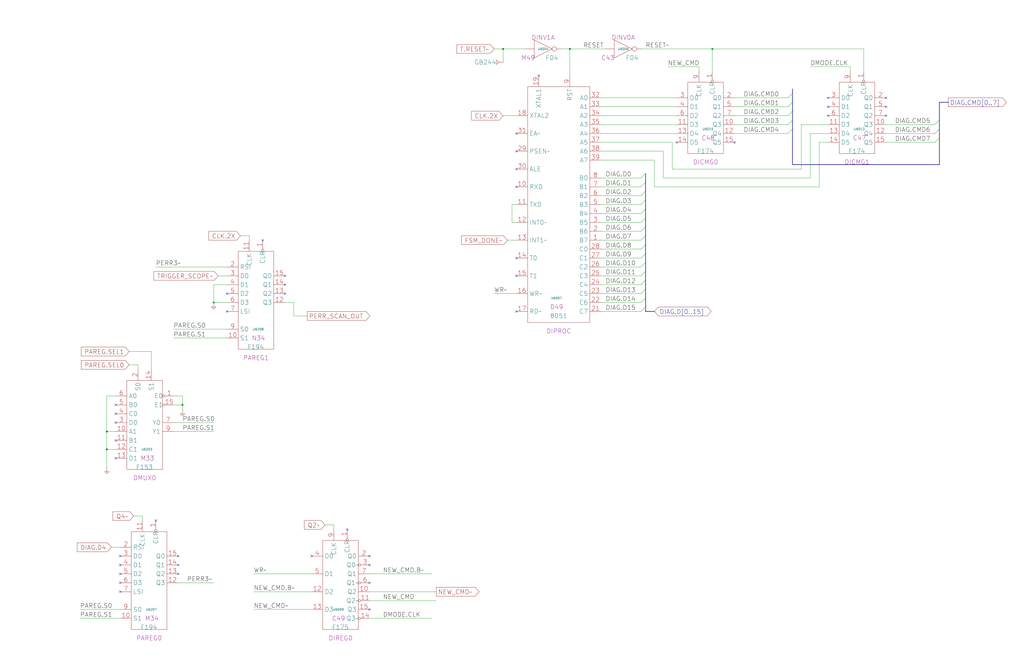
<source format=kicad_sch>
(kicad_sch (version 20230121) (generator eeschema)
  (paper "User" 584.2 378.46)
  (title_block (title "DIAGNOSTIC PROCESSOR\\n8051 AND NOVRAM") (date "15-MAR-90") (rev "1.0") (comment 1 "TYPE") (comment 2 "232-003062") (comment 3 "S400") (comment 4 "RELEASED"))
  (lib_symbols
    (symbol "r1000:8051" (pin_names (offset 1.016))
      (property "Reference" "U" (at 2.54 5.08 0))
      (property "Value" "8051" (at -1.27 -5.08 0))
      (property "Location" "___" (at -1.27 0 0))
      (property "Name" "______" (at 3.81 -15.24 0))
      (symbol "8051_1_1"
        (rectangle (start -13.97 125.73) (end 21.59 -8.89))
        (pin bidirectional line (at 27.94 38.1 180) (length 6.35) (name "B7") (number "1"))
        (pin input line (at -20.32 68.58 0) (length 6.35) (name "RXD") (number "10"))
        (pin output line (at -20.32 58.42 0) (length 6.35) (name "TXD") (number "11"))
        (pin input line (at -20.32 48.26 0) (length 6.35) (name "INT0~") (number "12"))
        (pin input line (at -20.32 38.1 0) (length 6.35) (name "INT1~") (number "13"))
        (pin bidirectional line (at -20.32 27.94 0) (length 6.35) (name "T0") (number "14"))
        (pin input line (at -20.32 17.78 0) (length 6.35) (name "T1") (number "15"))
        (pin output line (at -20.32 7.62 0) (length 6.35) (name "WR~") (number "16"))
        (pin bidirectional line (at -20.32 -2.54 0) (length 6.35) (name "RD~") (number "17"))
        (pin input line (at -20.32 109.22 0) (length 6.35) (name "XTAL2") (number "18"))
        (pin input line (at -7.62 132.08 270) (length 6.35) (name "XTAL1") (number "19"))
        (pin bidirectional line (at 27.94 43.18 180) (length 6.35) (name "B6") (number "2"))
        (pin bidirectional line (at 27.94 -2.54 180) (length 6.35) (name "C7") (number "21"))
        (pin bidirectional line (at 27.94 2.54 180) (length 6.35) (name "C6") (number "22"))
        (pin bidirectional line (at 27.94 7.62 180) (length 6.35) (name "C5") (number "23"))
        (pin bidirectional line (at 27.94 12.7 180) (length 6.35) (name "C4") (number "24"))
        (pin bidirectional line (at 27.94 17.78 180) (length 6.35) (name "C3") (number "25"))
        (pin bidirectional line (at 27.94 22.86 180) (length 6.35) (name "C2") (number "26"))
        (pin bidirectional line (at 27.94 27.94 180) (length 6.35) (name "C1") (number "27"))
        (pin bidirectional line (at 27.94 33.02 180) (length 6.35) (name "C0") (number "28"))
        (pin output line (at -20.32 88.9 0) (length 6.35) (name "PSEN~") (number "29"))
        (pin bidirectional line (at 27.94 48.26 180) (length 6.35) (name "B5") (number "3"))
        (pin output line (at -20.32 78.74 0) (length 6.35) (name "ALE") (number "30"))
        (pin input line (at -20.32 99.06 0) (length 6.35) (name "EA~") (number "31"))
        (pin output line (at 27.94 119.38 180) (length 6.35) (name "A0") (number "32"))
        (pin output line (at 27.94 114.3 180) (length 6.35) (name "A1") (number "33"))
        (pin output line (at 27.94 109.22 180) (length 6.35) (name "A2") (number "34"))
        (pin output line (at 27.94 104.14 180) (length 6.35) (name "A3") (number "35"))
        (pin output line (at 27.94 99.06 180) (length 6.35) (name "A4") (number "36"))
        (pin output line (at 27.94 93.98 180) (length 6.35) (name "A5") (number "37"))
        (pin output line (at 27.94 88.9 180) (length 6.35) (name "A6") (number "38"))
        (pin output line (at 27.94 83.82 180) (length 6.35) (name "A7") (number "39"))
        (pin bidirectional line (at 27.94 53.34 180) (length 6.35) (name "B4") (number "4"))
        (pin bidirectional line (at 27.94 58.42 180) (length 6.35) (name "B3") (number "5"))
        (pin bidirectional line (at 27.94 63.5 180) (length 6.35) (name "B2") (number "6"))
        (pin bidirectional line (at 27.94 68.58 180) (length 6.35) (name "B1") (number "7"))
        (pin bidirectional line (at 27.94 73.66 180) (length 6.35) (name "B0") (number "8"))
        (pin input line (at 10.16 132.08 270) (length 6.35) (name "RST") (number "9"))
      )
    )
    (symbol "r1000:F04" (pin_numbers hide) (pin_names hide)
      (property "Reference" "U" (at 0 0 0))
      (property "Value" "F04" (at 1.27 -5.08 0))
      (property "Location" "___" (at -12.7 -5.08 0))
      (property "Name" "______" (at 0 5.08 0))
      (symbol "F04_0_1"
        (polyline (pts (xy -7.62 0) (xy -5.08 0)) (stroke (width 0.1524)))
        (polyline (pts (xy -5.08 5.08) (xy -5.08 -5.08)) (stroke (width 0.1524)))
        (polyline (pts (xy 5.08 0) (xy -5.08 -5.08)) (stroke (width 0.1524)))
        (polyline (pts (xy 5.08 0) (xy -5.08 5.08)) (stroke (width 0.1524)))
        (circle (center 6.35 0) (radius 1.27) (stroke (width 0.1524)))
      )
      (symbol "F04_1_1"
        (pin input line (at -10.16 0 0) (length 2.54) (name "D0") (number "1"))
        (pin output line (at 10.16 0 180) (length 2.54) (name "Q") (number "2"))
      )
    )
    (symbol "r1000:F153" (pin_names (offset 1.016))
      (property "Reference" "U" (at 2.54 5.08 0))
      (property "Value" "F153" (at -3.81 -5.08 0))
      (property "Location" "___" (at -1.27 0 0))
      (property "Name" "______" (at 1.27 -12.7 0))
      (symbol "F153_1_1"
        (rectangle (start -8.89 44.45) (end 11.43 -6.35))
        (circle (center 12.065 30.48) (radius 0.635))
        (circle (center 12.065 35.56) (radius 0.635))
        (pin input line (at 17.78 35.56 180) (length 5.08) (name "E0") (number "1"))
        (pin input line (at -15.24 15.24 0) (length 6.35) (name "A1") (number "10"))
        (pin input line (at -15.24 10.16 0) (length 6.35) (name "B1") (number "11"))
        (pin input line (at -15.24 5.08 0) (length 6.35) (name "C1") (number "12"))
        (pin input line (at -15.24 0 0) (length 6.35) (name "D1") (number "13"))
        (pin input line (at 5.08 50.8 270) (length 6.35) (name "S1") (number "14"))
        (pin input line (at 17.78 30.48 180) (length 5.08) (name "E1") (number "15"))
        (pin input line (at -2.54 50.8 270) (length 6.35) (name "S0") (number "2"))
        (pin input line (at -15.24 20.32 0) (length 6.35) (name "D0") (number "3"))
        (pin input line (at -15.24 25.4 0) (length 6.35) (name "C0") (number "4"))
        (pin input line (at -15.24 30.48 0) (length 6.35) (name "B0") (number "5"))
        (pin input line (at -15.24 35.56 0) (length 6.35) (name "A0") (number "6"))
        (pin output line (at 17.78 20.32 180) (length 6.35) (name "Y0") (number "7"))
        (pin output line (at 17.78 15.24 180) (length 6.35) (name "Y1") (number "9"))
      )
    )
    (symbol "r1000:F174" (pin_names (offset 1.016))
      (property "Reference" "U" (at 2.54 5.08 0))
      (property "Value" "F174" (at -3.81 -7.62 0))
      (property "Location" "___" (at -1.27 0 0))
      (property "Name" "______" (at 1.27 -15.24 0))
      (symbol "F174_1_1"
        (rectangle (start -8.89 31.75) (end 11.43 -8.89))
        (circle (center 5.08 32.385) (radius 0.635))
        (pin input line (at 5.08 38.1 270) (length 5.08) (name "CLR") (number "1"))
        (pin output line (at 17.78 7.62 180) (length 6.35) (name "Q3") (number "10"))
        (pin input line (at -15.24 7.62 0) (length 6.35) (name "D3") (number "11"))
        (pin output line (at 17.78 2.54 180) (length 6.35) (name "Q4") (number "12"))
        (pin input line (at -15.24 2.54 0) (length 6.35) (name "D4") (number "13"))
        (pin input line (at -15.24 -2.54 0) (length 6.35) (name "D5") (number "14"))
        (pin output line (at 17.78 -2.54 180) (length 6.35) (name "Q5") (number "15"))
        (pin output line (at 17.78 22.86 180) (length 6.35) (name "Q0") (number "2"))
        (pin input line (at -15.24 22.86 0) (length 6.35) (name "D0") (number "3"))
        (pin input line (at -15.24 17.78 0) (length 6.35) (name "D1") (number "4"))
        (pin output line (at 17.78 17.78 180) (length 6.35) (name "Q1") (number "5"))
        (pin input line (at -15.24 12.7 0) (length 6.35) (name "D2") (number "6"))
        (pin output line (at 17.78 12.7 180) (length 6.35) (name "Q2") (number "7"))
        (pin input line (at -2.54 38.1 270) (length 6.35) (name "CLK") (number "9"))
      )
    )
    (symbol "r1000:F175" (pin_names (offset 1.016))
      (property "Reference" "U" (at 2.54 5.08 0))
      (property "Value" "F175" (at -1.27 -5.08 0))
      (property "Location" "___" (at -1.27 0 0))
      (property "Name" "______" (at 3.81 -12.7 0))
      (symbol "F175_1_1"
        (rectangle (start -6.35 44.45) (end 13.97 -6.35))
        (circle (center 7.62 45.085) (radius 0.635))
        (circle (center 14.605 0) (radius 0.635))
        (circle (center 14.605 10.16) (radius 0.635))
        (circle (center 14.605 20.32) (radius 0.635))
        (circle (center 14.605 30.48) (radius 0.635))
        (pin input line (at 7.62 50.8 270) (length 5.08) (name "CLR") (number "1"))
        (pin output line (at 20.32 15.24 180) (length 6.35) (name "Q2") (number "10"))
        (pin output line (at 20.32 10.16 180) (length 5.08) (name "Q2~") (number "11"))
        (pin input line (at -12.7 15.24 0) (length 6.35) (name "D2") (number "12"))
        (pin input line (at -12.7 5.08 0) (length 6.35) (name "D3") (number "13"))
        (pin output line (at 20.32 0 180) (length 5.08) (name "Q3~") (number "14"))
        (pin output line (at 20.32 5.08 180) (length 6.35) (name "Q3") (number "15"))
        (pin output line (at 20.32 35.56 180) (length 6.35) (name "Q0") (number "2"))
        (pin output line (at 20.32 30.48 180) (length 5.08) (name "Q0~") (number "3"))
        (pin input line (at -12.7 35.56 0) (length 6.35) (name "D0") (number "4"))
        (pin input line (at -12.7 25.4 0) (length 6.35) (name "D1") (number "5"))
        (pin output line (at 20.32 20.32 180) (length 5.08) (name "Q1~") (number "6"))
        (pin output line (at 20.32 25.4 180) (length 6.35) (name "Q1") (number "7"))
        (pin input line (at 0 50.8 270) (length 6.35) (name "CLK") (number "9"))
      )
    )
    (symbol "r1000:F194" (pin_names (offset 1.016))
      (property "Reference" "U" (at 2.54 5.08 0))
      (property "Value" "F194" (at -3.81 -5.08 0))
      (property "Location" "___" (at -1.27 0 0))
      (property "Name" "______" (at 1.27 -12.7 0))
      (symbol "F194_1_1"
        (rectangle (start -8.89 49.53) (end 11.43 -6.35))
        (circle (center 5.08 50.165) (radius 0.635))
        (pin input line (at 5.08 55.88 270) (length 5.08) (name "CLR") (number "1"))
        (pin input line (at -15.24 0 0) (length 6.35) (name "S1") (number "10"))
        (pin input line (at -2.54 55.88 270) (length 6.35) (name "CLK") (number "11"))
        (pin output line (at 17.78 20.32 180) (length 6.35) (name "Q3") (number "12"))
        (pin output line (at 17.78 25.4 180) (length 6.35) (name "Q2") (number "13"))
        (pin output line (at 17.78 30.48 180) (length 6.35) (name "Q1") (number "14"))
        (pin output line (at 17.78 35.56 180) (length 6.35) (name "Q0") (number "15"))
        (pin input line (at -15.24 40.64 0) (length 6.35) (name "RSI") (number "2"))
        (pin input line (at -15.24 35.56 0) (length 6.35) (name "D0") (number "3"))
        (pin input line (at -15.24 30.48 0) (length 6.35) (name "D1") (number "4"))
        (pin input line (at -15.24 25.4 0) (length 6.35) (name "D2") (number "5"))
        (pin input line (at -15.24 20.32 0) (length 6.35) (name "D3") (number "6"))
        (pin input line (at -15.24 15.24 0) (length 6.35) (name "LSI") (number "7"))
        (pin input line (at -15.24 5.08 0) (length 6.35) (name "S0") (number "9"))
      )
    )
    (symbol "r1000:GB" (pin_numbers hide) (pin_names (offset 0) hide)
      (property "Reference" "GB" (at 3.81 0 0))
      (symbol "GB_0_1"
        (polyline (pts (xy 2.54 0) (xy 3.81 1.27) (xy 3.81 -1.27) (xy 2.54 0)) (stroke (width 0.1524)))
      )
      (symbol "GB_1_1"
        (pin bidirectional line (at 0 0 0) (length 2.54) (name "") (number "1"))
      )
    )
    (symbol "r1000:PD" (power) (pin_numbers hide) (pin_names hide) (in_bom no)
      (symbol "PD_0_1"
        (polyline (pts (xy 0 -2.54) (xy 1.27 -2.54) (xy 0 -3.81) (xy -1.27 -2.54) (xy 0 -2.54)) (stroke (width 0.1524)))
      )
      (symbol "PD_1_1"
        (pin power_in line (at 0 0 270) (length 2.54) (name "PD") (number "1"))
      )
    )
  )
  (junction (at 325.12 27.94))
  (junction (at 121.92 172.72))
  (junction (at 60.96 256.54))
  (junction (at 406.4 27.94))
  (junction (at 104.14 231.14))
  (junction (at 287.02 27.94))
  (junction (at 60.96 246.38))
  (no_connect (at 472.44 60.96))
  (no_connect (at 294.64 157.48))
  (no_connect (at 210.82 317.5))
  (no_connect (at 307.34 43.18))
  (no_connect (at 210.82 332.74))
  (no_connect (at 68.58 337.82))
  (no_connect (at 505.46 55.88))
  (no_connect (at 149.86 137.16))
  (no_connect (at 88.9 297.18))
  (no_connect (at 66.04 231.14))
  (no_connect (at 129.54 167.64))
  (no_connect (at 66.04 251.46))
  (no_connect (at 505.46 66.04))
  (no_connect (at 294.64 76.2))
  (no_connect (at 66.04 261.62))
  (no_connect (at 101.6 317.5))
  (no_connect (at 101.6 322.58))
  (no_connect (at 68.58 327.66))
  (no_connect (at 68.58 322.58))
  (no_connect (at 129.54 177.8))
  (no_connect (at 472.44 55.88))
  (no_connect (at 294.64 147.32))
  (no_connect (at 210.82 322.58))
  (no_connect (at 294.64 86.36))
  (no_connect (at 294.64 177.8))
  (no_connect (at 294.64 106.68))
  (no_connect (at 162.56 167.64))
  (no_connect (at 68.58 332.74))
  (no_connect (at 419.1 81.28))
  (no_connect (at 66.04 236.22))
  (no_connect (at 162.56 157.48))
  (no_connect (at 472.44 66.04))
  (no_connect (at 386.08 81.28))
  (no_connect (at 294.64 96.52))
  (no_connect (at 66.04 241.3))
  (no_connect (at 162.56 162.56))
  (no_connect (at 210.82 347.98))
  (no_connect (at 177.8 317.5))
  (no_connect (at 505.46 60.96))
  (no_connect (at 198.12 302.26))
  (no_connect (at 68.58 317.5))
  (no_connect (at 101.6 327.66))
  (bus_entry (at 452.12 53.34) (size -2.54 2.54))
  (bus_entry (at 368.3 149.86) (size -2.54 2.54))
  (bus_entry (at 535.94 73.66) (size -2.54 2.54))
  (bus_entry (at 452.12 73.66) (size -2.54 2.54))
  (bus_entry (at 368.3 165.1) (size -2.54 2.54))
  (bus_entry (at 368.3 154.94) (size -2.54 2.54))
  (bus_entry (at 368.3 119.38) (size -2.54 2.54))
  (bus_entry (at 368.3 104.14) (size -2.54 2.54))
  (bus_entry (at 452.12 63.5) (size -2.54 2.54))
  (bus_entry (at 368.3 109.22) (size -2.54 2.54))
  (bus_entry (at 535.94 78.74) (size -2.54 2.54))
  (bus_entry (at 368.3 114.3) (size -2.54 2.54))
  (bus_entry (at 368.3 129.54) (size -2.54 2.54))
  (bus_entry (at 452.12 58.42) (size -2.54 2.54))
  (bus_entry (at 368.3 144.78) (size -2.54 2.54))
  (bus_entry (at 535.94 68.58) (size -2.54 2.54))
  (bus_entry (at 368.3 160.02) (size -2.54 2.54))
  (bus_entry (at 368.3 139.7) (size -2.54 2.54))
  (bus_entry (at 368.3 99.06) (size -2.54 2.54))
  (bus_entry (at 368.3 170.18) (size -2.54 2.54))
  (bus_entry (at 368.3 134.62) (size -2.54 2.54))
  (bus_entry (at 368.3 124.46) (size -2.54 2.54))
  (bus_entry (at 368.3 175.26) (size -2.54 2.54))
  (bus_entry (at 452.12 68.58) (size -2.54 2.54))
  (wire (pts (xy 342.9 86.36) (xy 378.46 86.36)))
  (bus (pts (xy 368.3 177.8) (xy 368.3 175.26)))
  (wire (pts (xy 381 38.1) (xy 398.78 38.1)))
  (wire (pts (xy 342.9 172.72) (xy 365.76 172.72)))
  (wire (pts (xy 104.14 226.06) (xy 104.14 231.14)))
  (wire (pts (xy 287.02 27.94) (xy 287.02 35.56)))
  (wire (pts (xy 342.9 147.32) (xy 365.76 147.32)))
  (wire (pts (xy 86.36 200.66) (xy 73.66 200.66)))
  (wire (pts (xy 406.4 27.94) (xy 492.76 27.94)))
  (bus (pts (xy 368.3 129.54) (xy 368.3 134.62)))
  (wire (pts (xy 121.92 172.72) (xy 121.92 162.56)))
  (wire (pts (xy 101.6 332.74) (xy 121.92 332.74)))
  (wire (pts (xy 462.28 76.2) (xy 472.44 76.2)))
  (wire (pts (xy 320.04 27.94) (xy 325.12 27.94)))
  (wire (pts (xy 66.04 226.06) (xy 60.96 226.06)))
  (wire (pts (xy 342.9 60.96) (xy 386.08 60.96)))
  (wire (pts (xy 342.9 76.2) (xy 386.08 76.2)))
  (bus (pts (xy 535.94 58.42) (xy 541.02 58.42)))
  (wire (pts (xy 287.02 27.94) (xy 299.72 27.94)))
  (bus (pts (xy 452.12 93.98) (xy 535.94 93.98)))
  (wire (pts (xy 81.28 294.64) (xy 76.2 294.64)))
  (wire (pts (xy 144.78 337.82) (xy 177.8 337.82)))
  (wire (pts (xy 342.9 66.04) (xy 386.08 66.04)))
  (bus (pts (xy 368.3 170.18) (xy 368.3 175.26)))
  (wire (pts (xy 86.36 210.82) (xy 86.36 200.66)))
  (wire (pts (xy 342.9 177.8) (xy 365.76 177.8)))
  (wire (pts (xy 60.96 246.38) (xy 60.96 256.54)))
  (wire (pts (xy 281.94 167.64) (xy 294.64 167.64)))
  (wire (pts (xy 342.9 81.28) (xy 383.54 81.28)))
  (bus (pts (xy 368.3 114.3) (xy 368.3 119.38)))
  (bus (pts (xy 368.3 104.14) (xy 368.3 109.22)))
  (wire (pts (xy 78.74 210.82) (xy 78.74 208.28)))
  (wire (pts (xy 45.72 347.98) (xy 68.58 347.98)))
  (wire (pts (xy 281.94 27.94) (xy 287.02 27.94)))
  (wire (pts (xy 342.9 71.12) (xy 386.08 71.12)))
  (wire (pts (xy 287.02 66.04) (xy 294.64 66.04)))
  (bus (pts (xy 368.3 139.7) (xy 368.3 144.78)))
  (bus (pts (xy 535.94 58.42) (xy 535.94 68.58)))
  (wire (pts (xy 60.96 256.54) (xy 66.04 256.54)))
  (bus (pts (xy 452.12 63.5) (xy 452.12 68.58)))
  (wire (pts (xy 124.46 157.48) (xy 129.54 157.48)))
  (wire (pts (xy 292.1 116.84) (xy 292.1 127)))
  (wire (pts (xy 462.28 101.6) (xy 462.28 76.2)))
  (bus (pts (xy 368.3 165.1) (xy 368.3 170.18)))
  (wire (pts (xy 342.9 116.84) (xy 365.76 116.84)))
  (wire (pts (xy 485.14 40.64) (xy 485.14 38.1)))
  (bus (pts (xy 452.12 50.8) (xy 452.12 53.34)))
  (wire (pts (xy 342.9 132.08) (xy 365.76 132.08)))
  (bus (pts (xy 452.12 73.66) (xy 452.12 93.98)))
  (wire (pts (xy 342.9 162.56) (xy 365.76 162.56)))
  (bus (pts (xy 535.94 73.66) (xy 535.94 78.74)))
  (wire (pts (xy 162.56 172.72) (xy 167.64 172.72)))
  (wire (pts (xy 457.2 96.52) (xy 457.2 71.12)))
  (bus (pts (xy 368.3 99.06) (xy 368.3 104.14)))
  (wire (pts (xy 144.78 327.66) (xy 177.8 327.66)))
  (wire (pts (xy 99.06 226.06) (xy 104.14 226.06)))
  (wire (pts (xy 210.82 337.82) (xy 248.92 337.82)))
  (wire (pts (xy 73.66 208.28) (xy 78.74 208.28)))
  (wire (pts (xy 492.76 40.64) (xy 492.76 27.94)))
  (wire (pts (xy 467.36 106.68) (xy 467.36 81.28)))
  (wire (pts (xy 505.46 76.2) (xy 533.4 76.2)))
  (bus (pts (xy 368.3 139.7) (xy 368.3 134.62)))
  (wire (pts (xy 325.12 27.94) (xy 345.44 27.94)))
  (wire (pts (xy 88.9 152.4) (xy 129.54 152.4)))
  (wire (pts (xy 462.28 38.1) (xy 485.14 38.1)))
  (wire (pts (xy 144.78 347.98) (xy 177.8 347.98)))
  (wire (pts (xy 60.96 246.38) (xy 66.04 246.38)))
  (wire (pts (xy 45.72 353.06) (xy 68.58 353.06)))
  (wire (pts (xy 373.38 106.68) (xy 467.36 106.68)))
  (bus (pts (xy 452.12 68.58) (xy 452.12 73.66)))
  (wire (pts (xy 373.38 91.44) (xy 373.38 106.68)))
  (wire (pts (xy 419.1 55.88) (xy 449.58 55.88)))
  (wire (pts (xy 342.9 127) (xy 365.76 127)))
  (wire (pts (xy 292.1 127) (xy 294.64 127)))
  (wire (pts (xy 289.56 137.16) (xy 294.64 137.16)))
  (wire (pts (xy 398.78 40.64) (xy 398.78 38.1)))
  (wire (pts (xy 210.82 353.06) (xy 246.38 353.06)))
  (wire (pts (xy 294.64 116.84) (xy 292.1 116.84)))
  (wire (pts (xy 121.92 172.72) (xy 129.54 172.72)))
  (wire (pts (xy 190.5 302.26) (xy 190.5 299.72)))
  (wire (pts (xy 419.1 71.12) (xy 449.58 71.12)))
  (wire (pts (xy 419.1 76.2) (xy 449.58 76.2)))
  (wire (pts (xy 60.96 226.06) (xy 60.96 246.38)))
  (wire (pts (xy 342.9 101.6) (xy 365.76 101.6)))
  (wire (pts (xy 81.28 297.18) (xy 81.28 294.64)))
  (bus (pts (xy 368.3 144.78) (xy 368.3 149.86)))
  (wire (pts (xy 342.9 91.44) (xy 373.38 91.44)))
  (wire (pts (xy 505.46 71.12) (xy 533.4 71.12)))
  (wire (pts (xy 419.1 66.04) (xy 449.58 66.04)))
  (wire (pts (xy 167.64 172.72) (xy 167.64 180.34)))
  (wire (pts (xy 342.9 142.24) (xy 365.76 142.24)))
  (wire (pts (xy 325.12 27.94) (xy 325.12 43.18)))
  (wire (pts (xy 210.82 342.9) (xy 248.92 342.9)))
  (wire (pts (xy 99.06 231.14) (xy 104.14 231.14)))
  (bus (pts (xy 452.12 58.42) (xy 452.12 63.5)))
  (wire (pts (xy 210.82 327.66) (xy 246.38 327.66)))
  (wire (pts (xy 342.9 167.64) (xy 365.76 167.64)))
  (wire (pts (xy 378.46 101.6) (xy 462.28 101.6)))
  (wire (pts (xy 121.92 162.56) (xy 129.54 162.56)))
  (wire (pts (xy 365.76 27.94) (xy 406.4 27.94)))
  (wire (pts (xy 142.24 137.16) (xy 142.24 134.62)))
  (wire (pts (xy 467.36 81.28) (xy 472.44 81.28)))
  (wire (pts (xy 342.9 106.68) (xy 365.76 106.68)))
  (wire (pts (xy 383.54 81.28) (xy 383.54 96.52)))
  (bus (pts (xy 368.3 119.38) (xy 368.3 124.46)))
  (wire (pts (xy 342.9 137.16) (xy 365.76 137.16)))
  (wire (pts (xy 99.06 193.04) (xy 129.54 193.04)))
  (wire (pts (xy 142.24 134.62) (xy 137.16 134.62)))
  (wire (pts (xy 99.06 187.96) (xy 129.54 187.96)))
  (wire (pts (xy 99.06 241.3) (xy 121.92 241.3)))
  (bus (pts (xy 373.38 177.8) (xy 368.3 177.8)))
  (wire (pts (xy 383.54 96.52) (xy 457.2 96.52)))
  (bus (pts (xy 452.12 53.34) (xy 452.12 58.42)))
  (wire (pts (xy 63.5 312.42) (xy 68.58 312.42)))
  (wire (pts (xy 104.14 231.14) (xy 104.14 233.68)))
  (wire (pts (xy 378.46 86.36) (xy 378.46 101.6)))
  (bus (pts (xy 368.3 109.22) (xy 368.3 114.3)))
  (wire (pts (xy 167.64 180.34) (xy 175.26 180.34)))
  (wire (pts (xy 342.9 152.4) (xy 365.76 152.4)))
  (bus (pts (xy 368.3 160.02) (xy 368.3 165.1)))
  (wire (pts (xy 342.9 121.92) (xy 365.76 121.92)))
  (wire (pts (xy 457.2 71.12) (xy 472.44 71.12)))
  (wire (pts (xy 406.4 27.94) (xy 406.4 40.64)))
  (wire (pts (xy 99.06 246.38) (xy 121.92 246.38)))
  (wire (pts (xy 185.42 299.72) (xy 190.5 299.72)))
  (bus (pts (xy 535.94 78.74) (xy 535.94 93.98)))
  (wire (pts (xy 60.96 256.54) (xy 60.96 266.7)))
  (wire (pts (xy 342.9 111.76) (xy 365.76 111.76)))
  (bus (pts (xy 368.3 124.46) (xy 368.3 129.54)))
  (wire (pts (xy 342.9 55.88) (xy 386.08 55.88)))
  (wire (pts (xy 342.9 157.48) (xy 365.76 157.48)))
  (wire (pts (xy 505.46 81.28) (xy 533.4 81.28)))
  (bus (pts (xy 368.3 149.86) (xy 368.3 154.94)))
  (bus (pts (xy 535.94 68.58) (xy 535.94 73.66)))
  (bus (pts (xy 368.3 154.94) (xy 368.3 160.02)))
  (wire (pts (xy 419.1 60.96) (xy 449.58 60.96)))
  (label "DIAG.D11" (at 345.44 157.48 0) (effects (font (size 2.54 2.54))))
  (label "PERR3~" (at 88.9 152.4 0) (effects (font (size 2.54 2.54))))
  (label "DIAG.CMD3" (at 424.18 71.12 0) (effects (font (size 2.54 2.54))))
  (label "DIAG.CMD7" (at 510.54 81.28 0) (effects (font (size 2.54 2.54))))
  (label "PAREG.S0" (at 99.06 187.96 0) (effects (font (size 2.54 2.54))))
  (label "DIAG.D13" (at 345.44 167.64 0) (effects (font (size 2.54 2.54))))
  (label "DIAG.CMD4" (at 424.18 76.2 0) (effects (font (size 2.54 2.54))))
  (label "DIAG.D10" (at 345.44 152.4 0) (effects (font (size 2.54 2.54))))
  (label "PAREG.S1" (at 45.72 353.06 0) (effects (font (size 2.54 2.54))))
  (label "DIAG.CMD0" (at 424.18 55.88 0) (effects (font (size 2.54 2.54))))
  (label "DIAG.CMD5" (at 510.54 71.12 0) (effects (font (size 2.54 2.54))))
  (label "DIAG.D4" (at 345.44 121.92 0) (effects (font (size 2.54 2.54))))
  (label "NEW_CMD" (at 381 38.1 0) (effects (font (size 2.54 2.54))))
  (label "NEW_CMD.B~" (at 144.78 337.82 0) (effects (font (size 2.54 2.54))))
  (label "PAREG.S0" (at 104.14 241.3 0) (effects (font (size 2.54 2.54))))
  (label "WR~" (at 144.78 327.66 0) (effects (font (size 2.54 2.54))))
  (label "WR~" (at 281.94 167.64 0) (effects (font (size 2.54 2.54))))
  (label "DMODE.CLK" (at 462.28 38.1 0) (effects (font (size 2.54 2.54))))
  (label "DIAG.CMD1" (at 424.18 60.96 0) (effects (font (size 2.54 2.54))))
  (label "DIAG.D7" (at 345.44 137.16 0) (effects (font (size 2.54 2.54))))
  (label "DIAG.D0" (at 345.44 101.6 0) (effects (font (size 2.54 2.54))))
  (label "DIAG.D8" (at 345.44 142.24 0) (effects (font (size 2.54 2.54))))
  (label "DIAG.D9" (at 345.44 147.32 0) (effects (font (size 2.54 2.54))))
  (label "NEW_CMD~" (at 144.78 347.98 0) (effects (font (size 2.54 2.54))))
  (label "DIAG.D2" (at 345.44 111.76 0) (effects (font (size 2.54 2.54))))
  (label "DIAG.CMD2" (at 424.18 66.04 0) (effects (font (size 2.54 2.54))))
  (label "DIAG.D3" (at 345.44 116.84 0) (effects (font (size 2.54 2.54))))
  (label "DIAG.D6" (at 345.44 132.08 0) (effects (font (size 2.54 2.54))))
  (label "PAREG.S0" (at 45.72 347.98 0) (effects (font (size 2.54 2.54))))
  (label "DMODE.CLK" (at 218.44 353.06 0) (effects (font (size 2.54 2.54))))
  (label "PERR3~" (at 106.68 332.74 0) (effects (font (size 2.54 2.54))))
  (label "NEW_CMD.B~" (at 218.44 327.66 0) (effects (font (size 2.54 2.54))))
  (label "DIAG.D12" (at 345.44 162.56 0) (effects (font (size 2.54 2.54))))
  (label "RESET" (at 332.74 27.94 0) (effects (font (size 2.54 2.54))))
  (label "DIAG.D1" (at 345.44 106.68 0) (effects (font (size 2.54 2.54))))
  (label "DIAG.D15" (at 345.44 177.8 0) (effects (font (size 2.54 2.54))))
  (label "NEW_CMD" (at 218.44 342.9 0) (effects (font (size 2.54 2.54))))
  (label "DIAG.CMD6" (at 510.54 76.2 0) (effects (font (size 2.54 2.54))))
  (label "DIAG.D14" (at 345.44 172.72 0) (effects (font (size 2.54 2.54))))
  (label "RESET~" (at 368.3 27.94 0) (effects (font (size 2.54 2.54))))
  (label "DIAG.D5" (at 345.44 127 0) (effects (font (size 2.54 2.54))))
  (label "PAREG.S1" (at 104.14 246.38 0) (effects (font (size 2.54 2.54))))
  (label "PAREG.S1" (at 99.06 193.04 0) (effects (font (size 2.54 2.54))))
  (global_label "PAREG.SEL0" (shape input) (at 73.66 208.28 180) (effects (font (size 2.54 2.54))) (property "Intersheetrefs" "${INTERSHEET_REFS}" (at 46.5274 208.1213 0) (effects (font (size 1.905 1.905)) (justify right))))
  (global_label "DIAG.D[0..15]" (shape bidirectional) (at 373.38 177.8 0) (effects (font (size 2.54 2.54))) (property "Intersheetrefs" "${INTERSHEET_REFS}" (at 405.8345 177.6413 0) (effects (font (size 1.905 1.905)) (justify left))))
  (global_label "Q2~" (shape input) (at 185.42 299.72 180) (effects (font (size 2.54 2.54))) (property "Intersheetrefs" "${INTERSHEET_REFS}" (at 167.7216 299.5613 0) (effects (font (size 1.905 1.905)) (justify right))))
  (global_label "DIAG.D4" (shape input) (at 63.5 312.42 180) (effects (font (size 2.54 2.54))) (property "Intersheetrefs" "${INTERSHEET_REFS}" (at 44.2293 312.2613 0) (effects (font (size 1.905 1.905)) (justify right))))
  (global_label "NEW_CMD~" (shape output) (at 248.92 337.82 0) (effects (font (size 2.54 2.54))) (property "Intersheetrefs" "${INTERSHEET_REFS}" (at 273.1498 337.6613 0) (effects (font (size 1.905 1.905)) (justify left))))
  (global_label "PERR_SCAN_OUT" (shape output) (at 175.26 180.34 0) (effects (font (size 2.54 2.54))) (property "Intersheetrefs" "${INTERSHEET_REFS}" (at 210.7384 180.1813 0) (effects (font (size 1.905 1.905)) (justify left))))
  (global_label "CLK.2X" (shape input) (at 137.16 134.62 180) (effects (font (size 2.54 2.54))) (property "Intersheetrefs" "${INTERSHEET_REFS}" (at 113.1721 134.4613 0) (effects (font (size 1.905 1.905)) (justify right))))
  (global_label "FSM_DONE~" (shape input) (at 289.56 137.16 180) (effects (font (size 2.54 2.54))) (property "Intersheetrefs" "${INTERSHEET_REFS}" (at 263.5159 137.0013 0) (effects (font (size 1.905 1.905)) (justify right))))
  (global_label "DIAG.CMD[0..7]" (shape output) (at 541.02 58.42 0) (effects (font (size 2.54 2.54))) (property "Intersheetrefs" "${INTERSHEET_REFS}" (at 573.9584 58.2613 0) (effects (font (size 1.905 1.905)) (justify left))))
  (global_label "T.RESET~" (shape input) (at 281.94 27.94 180) (effects (font (size 2.54 2.54))) (property "Intersheetrefs" "${INTERSHEET_REFS}" (at 260.855 27.7813 0) (effects (font (size 1.905 1.905)) (justify right))))
  (global_label "TRIGGER_SCOPE~" (shape input) (at 124.46 157.48 180) (effects (font (size 2.54 2.54))) (property "Intersheetrefs" "${INTERSHEET_REFS}" (at 87.8235 157.3213 0) (effects (font (size 1.905 1.905)) (justify right))))
  (global_label "Q4~" (shape input) (at 76.2 294.64 180) (effects (font (size 2.54 2.54))) (property "Intersheetrefs" "${INTERSHEET_REFS}" (at 58.5016 294.4813 0) (effects (font (size 1.905 1.905)) (justify right))))
  (global_label "CLK.2X" (shape input) (at 287.02 66.04 180) (effects (font (size 2.54 2.54))) (property "Intersheetrefs" "${INTERSHEET_REFS}" (at 268.3434 66.04 0) (effects (justify right))))
  (global_label "PAREG.SEL1" (shape input) (at 73.66 200.66 180) (effects (font (size 2.54 2.54))) (property "Intersheetrefs" "${INTERSHEET_REFS}" (at 46.5274 200.5013 0) (effects (font (size 1.905 1.905)) (justify right))))
  (symbol (lib_id "r1000:F04") (at 309.88 27.94 0) (unit 1)
    (property "Reference" "U6004" (at 309.88 27.94 0))
    (property "Value" "F04" (at 311.15 33.02 0) (effects (font (size 2.54 2.54)) (justify left)))
    (property "Location" "M49" (at 297.18 33.02 0) (effects (font (size 2.54 2.54)) (justify left)))
    (property "Name" "DINV1A" (at 309.88 22.86 0) (effects (font (size 2.54 2.54)) (justify bottom)))
  )
  (symbol (lib_id "r1000:F174") (at 401.32 78.74 0) (unit 1)
    (property "Reference" "U6010" (at 403.86 73.66 0))
    (property "Value" "F174" (at 397.51 86.36 0) (effects (font (size 2.54 2.54)) (justify left)))
    (property "Location" "C48" (at 400.05 78.74 0) (effects (font (size 2.54 2.54)) (justify left)))
    (property "Name" "DICMG0" (at 402.59 93.98 0) (effects (font (size 2.54 2.54)) (justify bottom)))
  )
  (symbol (lib_id "r1000:F194") (at 144.78 193.04 0) (unit 1)
    (property "Reference" "U6208" (at 147.32 187.96 0))
    (property "Value" "F194" (at 140.97 198.12 0) (effects (font (size 2.54 2.54)) (justify left)))
    (property "Location" "N34" (at 143.51 193.04 0) (effects (font (size 2.54 2.54)) (justify left)))
    (property "Name" "PAREG1" (at 146.05 205.74 0) (effects (font (size 2.54 2.54)) (justify bottom)))
  )
  (symbol (lib_id "r1000:PD") (at 60.96 266.7 0) (unit 1) (in_bom no)
    (property "Reference" "#PWR02903" (effects hide))
    (property "Value" "PD" (effects hide))
  )
  (symbol (lib_id "r1000:PD") (at 121.92 172.72 0) (unit 1) (in_bom no)
    (property "Reference" "#PWR02905" (effects hide))
    (property "Value" "PD" (effects hide))
  )
  (symbol (lib_id "r1000:F153") (at 81.28 261.62 0) (unit 1)
    (property "Reference" "U6203" (at 83.82 256.54 0))
    (property "Value" "F153" (at 77.47 266.7 0) (effects (font (size 2.54 2.54)) (justify left)))
    (property "Location" "M33" (at 80.01 261.62 0) (effects (font (size 2.54 2.54)) (justify left)))
    (property "Name" "DMUX0" (at 82.55 274.32 0) (effects (font (size 2.54 2.54)) (justify bottom)))
  )
  (symbol (lib_id "r1000:8051") (at 314.96 175.26 0) (unit 1)
    (property "Reference" "U6007" (at 317.5 170.18 0))
    (property "Value" "8051" (at 313.69 180.34 0) (effects (font (size 2.54 2.54)) (justify left)))
    (property "Location" "D49" (at 313.69 175.26 0) (effects (font (size 2.54 2.54)) (justify left)))
    (property "Name" "DIPROC" (at 318.77 190.5 0) (effects (font (size 2.54 2.54)) (justify bottom)))
  )
  (symbol (lib_id "r1000:GB") (at 287.02 35.56 0) (mirror y) (unit 1)
    (property "Reference" "GB244" (at 283.21 35.56 0) (effects (font (size 2.54 2.54)) (justify left)))
    (property "Value" "GB" (effects hide))
  )
  (symbol (lib_id "r1000:F175") (at 190.5 353.06 0) (unit 1)
    (property "Reference" "U6009" (at 193.04 347.98 0))
    (property "Value" "F175" (at 189.23 358.14 0) (effects (font (size 2.54 2.54)) (justify left)))
    (property "Location" "C49" (at 189.23 353.06 0) (effects (font (size 2.54 2.54)) (justify left)))
    (property "Name" "DIREG0" (at 194.31 365.76 0) (effects (font (size 2.54 2.54)) (justify bottom)))
  )
  (symbol (lib_id "r1000:F174") (at 487.68 78.74 0) (unit 1)
    (property "Reference" "U6013" (at 490.22 73.66 0))
    (property "Value" "F174" (at 483.87 86.36 0) (effects (font (size 2.54 2.54)) (justify left)))
    (property "Location" "C47" (at 486.41 78.74 0) (effects (font (size 2.54 2.54)) (justify left)))
    (property "Name" "DICMG1" (at 488.95 93.98 0) (effects (font (size 2.54 2.54)) (justify bottom)))
  )
  (symbol (lib_id "r1000:F194") (at 83.82 353.06 0) (unit 1)
    (property "Reference" "U6207" (at 86.36 347.98 0))
    (property "Value" "F194" (at 80.01 358.14 0) (effects (font (size 2.54 2.54)) (justify left)))
    (property "Location" "M34" (at 82.55 353.06 0) (effects (font (size 2.54 2.54)) (justify left)))
    (property "Name" "PAREG0" (at 85.09 365.76 0) (effects (font (size 2.54 2.54)) (justify bottom)))
  )
  (symbol (lib_id "r1000:F04") (at 355.6 27.94 0) (unit 1)
    (property "Reference" "U6006" (at 355.6 27.94 0))
    (property "Value" "F04" (at 356.87 33.02 0) (effects (font (size 2.54 2.54)) (justify left)))
    (property "Location" "C43" (at 342.9 33.02 0) (effects (font (size 2.54 2.54)) (justify left)))
    (property "Name" "DINV0A" (at 355.6 22.86 0) (effects (font (size 2.54 2.54)) (justify bottom)))
  )
  (symbol (lib_id "r1000:PD") (at 104.14 233.68 0) (unit 1) (in_bom no)
    (property "Reference" "#PWR02904" (effects hide))
    (property "Value" "PD" (effects hide))
  )
)
</source>
